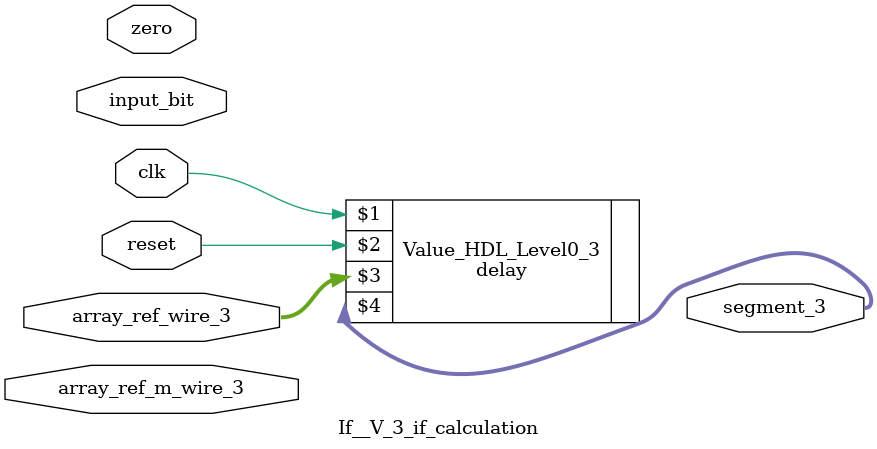
<source format=v>
module If__V_3_if_calculation(input [31:0]input_bit, input [31:0]zero, input [31:0]array_ref_wire_3, input [31:0]array_ref_m_wire_3, output [31:0]segment_3, input clk, input reset);



	//Proceed with segment_3 = delay(array_ref_wire_3) 
	wire [31:0]segment_3;
	delay Value_HDL_Level0_3 ( clk, reset, array_ref_wire_3, segment_3);




endmodule

</source>
